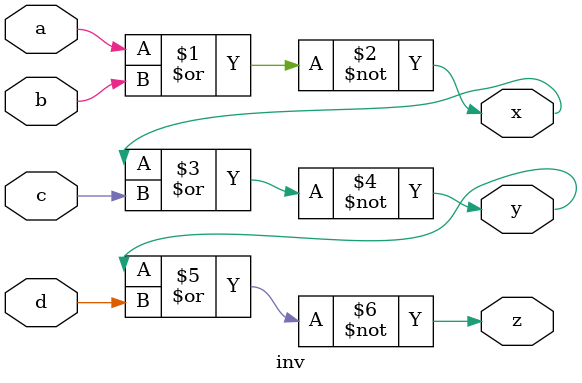
<source format=v>
`timescale 1ns / 1ps

module inv(
    input a,
    input b,
    input c,
    input d,
    output x,
    output y,
    output z
);
    
assign x = ~(a|b);
assign y = ~(x|c);
assign z = ~(y|d);

endmodule
</source>
